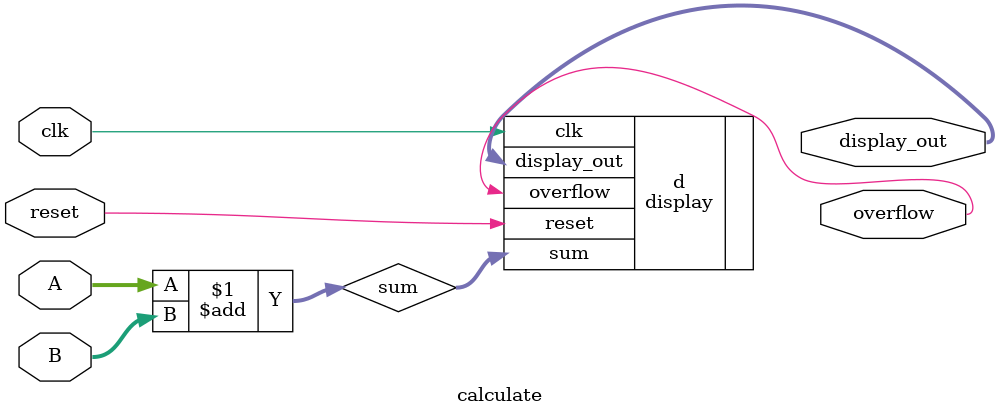
<source format=v>
`timescale 1ns / 1ps


module calculate(
    input [7:0]A,
    input [7:0]B,
    input clk,
    input reset,
    output wire[10:0]display_out,
    output wire overflow
    );
    //wire [10:0]display_1;
    wire [8:0]sum;
   // wire overflow_1;
   assign sum = A+B;
   display d(.sum(sum),
             .clk(clk),
             .reset(reset),
             .display_out(display_out),
             .overflow(overflow) );
    //assign display_out = display_1;
    //assign overflow = overflow_1;
endmodule

</source>
